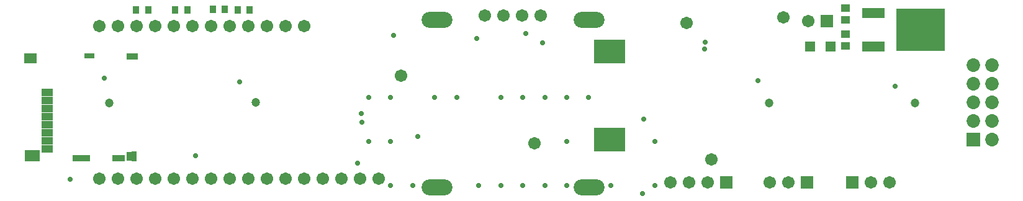
<source format=gbs>
G04 Layer_Color=16711935*
%FSAX25Y25*%
%MOIN*%
G70*
G01*
G75*
%ADD41R,0.03556X0.04147*%
%ADD43R,0.07296X0.07296*%
%ADD44C,0.07296*%
%ADD45C,0.06706*%
%ADD46C,0.04737*%
%ADD47R,0.06706X0.06706*%
%ADD48C,0.06706*%
%ADD49C,0.06710*%
%ADD50O,0.16548X0.08674*%
%ADD51C,0.02768*%
%ADD52R,0.12020X0.05721*%
%ADD53R,0.26391X0.22650*%
%ADD54R,0.04540X0.04147*%
%ADD55R,0.05524X0.05524*%
%ADD56R,0.06706X0.05367*%
%ADD57R,0.05328X0.03162*%
%ADD58R,0.05918X0.03359*%
%ADD59R,0.02572X0.05328*%
%ADD60R,0.02572X0.05131*%
%ADD61R,0.07099X0.03359*%
%ADD62R,0.09225X0.03359*%
%ADD63R,0.07887X0.06115*%
%ADD64R,0.06312X0.03950*%
%ADD65R,0.16548X0.12611*%
D41*
X0272043Y0377857D02*
D03*
X0278539D02*
D03*
X0238661Y0377642D02*
D03*
X0245157D02*
D03*
X0224157D02*
D03*
X0217661D02*
D03*
X0265239Y0377958D02*
D03*
X0258743D02*
D03*
D43*
X0667218Y0308183D02*
D03*
D44*
Y0318183D02*
D03*
Y0328183D02*
D03*
Y0338183D02*
D03*
Y0348183D02*
D03*
X0677218Y0308183D02*
D03*
Y0318183D02*
D03*
Y0328183D02*
D03*
Y0338183D02*
D03*
Y0348183D02*
D03*
D45*
X0198000Y0369163D02*
D03*
X0208000D02*
D03*
X0218000D02*
D03*
X0228000D02*
D03*
X0238000D02*
D03*
X0248000D02*
D03*
X0258000D02*
D03*
X0268000D02*
D03*
X0278000D02*
D03*
X0288000D02*
D03*
X0298000D02*
D03*
X0308000D02*
D03*
X0258000Y0287037D02*
D03*
X0268000D02*
D03*
X0278000D02*
D03*
X0248000D02*
D03*
X0238000D02*
D03*
X0228000D02*
D03*
X0218000D02*
D03*
X0288000Y0287076D02*
D03*
X0298000Y0287037D02*
D03*
X0308000D02*
D03*
X0318000D02*
D03*
X0328000D02*
D03*
X0338000D02*
D03*
X0348000D02*
D03*
X0208000D02*
D03*
X0198000D02*
D03*
X0404835Y0374870D02*
D03*
D46*
X0557400Y0327700D02*
D03*
X0203100D02*
D03*
X0281700Y0328000D02*
D03*
X0635900Y0327700D02*
D03*
D47*
X0588400Y0371600D02*
D03*
X0534500Y0285000D02*
D03*
X0578000D02*
D03*
X0602300Y0284900D02*
D03*
D48*
X0578400Y0371600D02*
D03*
X0504500Y0285000D02*
D03*
X0514500D02*
D03*
X0524500D02*
D03*
X0568000D02*
D03*
X0558000D02*
D03*
X0612300Y0284900D02*
D03*
X0622300D02*
D03*
X0431400Y0306200D02*
D03*
X0526500Y0297500D02*
D03*
X0513100Y0370700D02*
D03*
X0359800Y0342500D02*
D03*
X0565100Y0373800D02*
D03*
D49*
X0434874Y0374870D02*
D03*
X0424835Y0374831D02*
D03*
X0414835D02*
D03*
D50*
X0460898Y0282469D02*
D03*
X0379165D02*
D03*
X0379205Y0372232D02*
D03*
X0460898D02*
D03*
D51*
X0496063Y0307086D02*
D03*
Y0283465D02*
D03*
X0490157Y0318898D02*
D03*
X0472441Y0283465D02*
D03*
X0460630Y0330709D02*
D03*
X0448819D02*
D03*
Y0307086D02*
D03*
Y0283465D02*
D03*
X0437008Y0330709D02*
D03*
Y0283465D02*
D03*
X0425197Y0330709D02*
D03*
Y0283465D02*
D03*
X0413386Y0330709D02*
D03*
Y0283465D02*
D03*
X0401575D02*
D03*
X0389764Y0330709D02*
D03*
X0377953D02*
D03*
X0366142Y0283465D02*
D03*
X0354331Y0330709D02*
D03*
Y0307086D02*
D03*
Y0283465D02*
D03*
X0342520Y0330709D02*
D03*
Y0307086D02*
D03*
X0336614Y0295275D02*
D03*
X0182100Y0286600D02*
D03*
X0338900Y0317500D02*
D03*
X0249600Y0299500D02*
D03*
X0489500Y0279000D02*
D03*
X0356000Y0364000D02*
D03*
X0400500Y0362500D02*
D03*
X0427000Y0365000D02*
D03*
X0436000Y0360000D02*
D03*
X0368800Y0309600D02*
D03*
X0273100Y0338900D02*
D03*
X0200400Y0341000D02*
D03*
X0338500Y0322000D02*
D03*
X0523100Y0360500D02*
D03*
X0522800Y0356800D02*
D03*
X0551400Y0339700D02*
D03*
X0625300Y0336600D02*
D03*
D52*
X0613543Y0358184D02*
D03*
Y0376137D02*
D03*
D53*
X0638700Y0367200D02*
D03*
D54*
X0598500Y0358250D02*
D03*
Y0364550D02*
D03*
X0598600Y0372250D02*
D03*
Y0378550D02*
D03*
D55*
X0579488Y0358200D02*
D03*
X0590512D02*
D03*
D56*
X0160944Y0351858D02*
D03*
D57*
X0192342Y0352961D02*
D03*
D58*
X0215669Y0352862D02*
D03*
D59*
X0216554Y0299122D02*
D03*
D60*
X0213956Y0299024D02*
D03*
D61*
X0208031Y0298138D02*
D03*
D62*
X0188031D02*
D03*
D63*
X0161928Y0299417D02*
D03*
D64*
X0169999Y0302921D02*
D03*
Y0307252D02*
D03*
Y0311583D02*
D03*
Y0315913D02*
D03*
Y0320244D02*
D03*
Y0324575D02*
D03*
Y0328906D02*
D03*
Y0333236D02*
D03*
D65*
X0471916Y0308068D02*
D03*
Y0355313D02*
D03*
M02*

</source>
